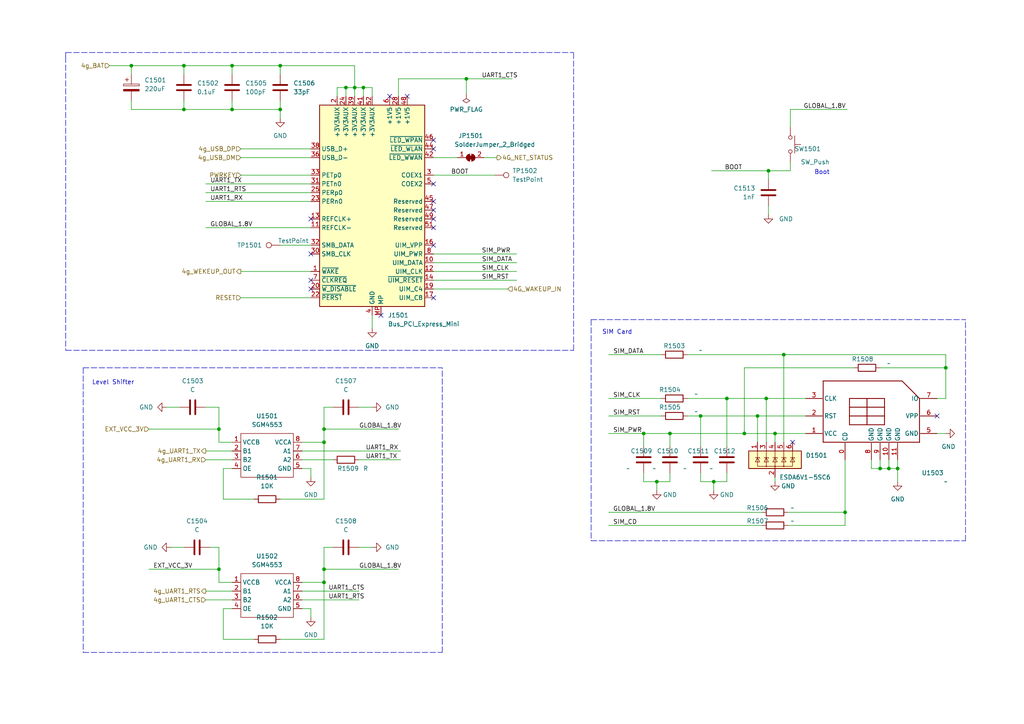
<source format=kicad_sch>
(kicad_sch (version 20211123) (generator eeschema)
  (paper "A4")
  (lib_symbols
    (symbol "Connector:Bus_PCI_Express_Mini"
      (property "Reference" "J" (at -16.51 31.75 0))
      (property "Value" "Bus_PCI_Express_Mini" (at 22.86 31.75 0))
      (symbol "Bus_PCI_Express_Mini_0_1"
        (rectangle (start -15.24 30.48) (end 15.24 -27.94) (stroke (width 0.254)) (fill (type background)))
      )
      (symbol "Bus_PCI_Express_Mini_1_1"
        (pin open_collector line (at -17.78 -17.78 0) (length 2.54) (name "~{WAKE}") (number "1"))
        (pin bidirectional line (at 17.78 -15.24 180) (length 2.54) (name "UIM_DATA") (number "10"))
        (pin input line (at -17.78 -5.08 0) (length 2.54) (name "REFCLK-") (number "11"))
        (pin output line (at 17.78 -17.78 180) (length 2.54) (name "UIM_CLK") (number "12"))
        (pin input line (at -17.78 -2.54 0) (length 2.54) (name "REFCLK+") (number "13"))
        (pin output line (at 17.78 -20.32 180) (length 2.54) (name "~{UIM_RESET}") (number "14"))
        (pin passive line (at 0 -30.48 90) (length 2.54) hide (name "GND") (number "15"))
        (pin power_out line (at 17.78 -10.16 180) (length 2.54) (name "UIM_VPP") (number "16"))
        (pin passive line (at 17.78 -25.4 180) (length 2.54) (name "UIM_C8") (number "17"))
        (pin passive line (at 0 -30.48 90) (length 2.54) hide (name "GND") (number "18"))
        (pin passive line (at 17.78 -22.86 180) (length 2.54) (name "UIM_C4") (number "19"))
        (pin power_in line (at -10.16 33.02 270) (length 2.54) (name "+3V3AUX") (number "2"))
        (pin input line (at -17.78 -22.86 0) (length 2.54) (name "~{W_DISABLE}") (number "20"))
        (pin passive line (at 0 -30.48 90) (length 2.54) hide (name "GND") (number "21"))
        (pin input line (at -17.78 -25.4 0) (length 2.54) (name "~{PERST}") (number "22"))
        (pin output line (at -17.78 2.54 0) (length 2.54) (name "PERn0") (number "23"))
        (pin power_in line (at -7.62 33.02 270) (length 2.54) (name "+3V3AUX") (number "24"))
        (pin output line (at -17.78 5.08 0) (length 2.54) (name "PERp0") (number "25"))
        (pin passive line (at 0 -30.48 90) (length 2.54) hide (name "GND") (number "26"))
        (pin passive line (at 0 -30.48 90) (length 2.54) hide (name "GND") (number "27"))
        (pin power_in line (at 7.62 33.02 270) (length 2.54) (name "+1V5") (number "28"))
        (pin passive line (at 0 -30.48 90) (length 2.54) hide (name "GND") (number "29"))
        (pin passive line (at 17.78 10.16 180) (length 2.54) (name "COEX1") (number "3"))
        (pin input line (at -17.78 -12.7 0) (length 2.54) (name "SMB_CLK") (number "30"))
        (pin input line (at -17.78 7.62 0) (length 2.54) (name "PETn0") (number "31"))
        (pin bidirectional line (at -17.78 -10.16 0) (length 2.54) (name "SMB_DATA") (number "32"))
        (pin input line (at -17.78 10.16 0) (length 2.54) (name "PETp0") (number "33"))
        (pin passive line (at 0 -30.48 90) (length 2.54) hide (name "GND") (number "34"))
        (pin passive line (at 0 -30.48 90) (length 2.54) hide (name "GND") (number "35"))
        (pin bidirectional line (at -17.78 15.24 0) (length 2.54) (name "USB_D-") (number "36"))
        (pin passive line (at 0 -30.48 90) (length 2.54) hide (name "GND") (number "37"))
        (pin bidirectional line (at -17.78 17.78 0) (length 2.54) (name "USB_D+") (number "38"))
        (pin power_in line (at -5.08 33.02 270) (length 2.54) (name "+3V3AUX") (number "39"))
        (pin power_in line (at 0 -30.48 90) (length 2.54) (name "GND") (number "4"))
        (pin passive line (at 0 -30.48 90) (length 2.54) hide (name "GND") (number "40"))
        (pin power_in line (at -2.54 33.02 270) (length 2.54) (name "+3V3AUX") (number "41"))
        (pin open_collector line (at 17.78 15.24 180) (length 2.54) (name "~{LED_WWAN}") (number "42"))
        (pin passive line (at 0 -30.48 90) (length 2.54) hide (name "GND") (number "43"))
        (pin open_collector line (at 17.78 17.78 180) (length 2.54) (name "~{LED_WLAN}") (number "44"))
        (pin passive line (at 17.78 2.54 180) (length 2.54) (name "Reserved") (number "45"))
        (pin open_collector line (at 17.78 20.32 180) (length 2.54) (name "~{LED_WPAN}") (number "46"))
        (pin passive line (at 17.78 0 180) (length 2.54) (name "Reserved") (number "47"))
        (pin power_in line (at 10.16 33.02 270) (length 2.54) (name "+1V5") (number "48"))
        (pin passive line (at 17.78 -2.54 180) (length 2.54) (name "Reserved") (number "49"))
        (pin passive line (at 17.78 7.62 180) (length 2.54) (name "COEX2") (number "5"))
        (pin passive line (at 0 -30.48 90) (length 2.54) hide (name "GND") (number "50"))
        (pin passive line (at 17.78 -5.08 180) (length 2.54) (name "Reserved") (number "51"))
        (pin power_in line (at 0 33.02 270) (length 2.54) (name "+3V3AUX") (number "52"))
        (pin power_in line (at 5.08 33.02 270) (length 2.54) (name "+1V5") (number "6"))
        (pin open_collector line (at -17.78 -20.32 0) (length 2.54) (name "~{CLKREQ}") (number "7"))
        (pin power_out line (at 17.78 -12.7 180) (length 2.54) (name "UIM_PWR") (number "8"))
        (pin passive line (at 0 -30.48 90) (length 2.54) hide (name "GND") (number "9"))
        (pin passive line (at 2.54 -30.48 90) (length 2.54) (name "MP") (number "MP"))
      )
    )
    (symbol "Connector:TestPoint" (pin_numbers hide) (pin_names (offset 0.762) hide)
      (property "Reference" "TP" (at 0 6.858 0))
      (property "Value" "TestPoint" (at 0 5.08 0))
      (symbol "TestPoint_0_1"
        (circle (center 0 3.302) (radius 0.762))
      )
      (symbol "TestPoint_1_1"
        (pin passive line (at 0 0 90) (length 2.54) (name "1") (number "1"))
      )
    )
    (symbol "Device:C" (pin_numbers hide) (pin_names (offset 0.254))
      (property "Reference" "C" (at 0.635 2.54 0))
      (property "Value" "C" (at 0.635 -2.54 0))
      (symbol "C_0_1"
        (polyline (pts (xy -2.032 -0.762) (xy 2.032 -0.762)) (stroke (width 0.508)))
        (polyline (pts (xy -2.032 0.762) (xy 2.032 0.762)) (stroke (width 0.508)))
      )
      (symbol "C_1_1"
        (pin passive line (at 0 3.81 270) (length 2.794) (name "~") (number "1"))
        (pin passive line (at 0 -3.81 90) (length 2.794) (name "~") (number "2"))
      )
    )
    (symbol "Device:C_Polarized" (pin_numbers hide) (pin_names (offset 0.254))
      (property "Reference" "C" (at 0.635 2.54 0))
      (property "Value" "C_Polarized" (at 0.635 -2.54 0))
      (symbol "C_Polarized_0_1"
        (rectangle (start -2.286 0.508) (end 2.286 1.016))
        (polyline (pts (xy -1.778 2.286) (xy -0.762 2.286)))
        (polyline (pts (xy -1.27 2.794) (xy -1.27 1.778)))
        (rectangle (start 2.286 -0.508) (end -2.286 -1.016) (fill (type outline)))
      )
      (symbol "C_Polarized_1_1"
        (pin passive line (at 0 3.81 270) (length 2.794) (name "~") (number "1"))
        (pin passive line (at 0 -3.81 90) (length 2.794) (name "~") (number "2"))
      )
    )
    (symbol "Device:R" (pin_numbers hide) (pin_names (offset 0))
      (property "Reference" "R" (at 2.032 0 90))
      (property "Value" "R" (at 0 0 90))
      (symbol "R_0_1"
        (rectangle (start -1.016 -2.54) (end 1.016 2.54) (stroke (width 0.254)))
      )
      (symbol "R_1_1"
        (pin passive line (at 0 3.81 270) (length 1.27) (name "~") (number "1"))
        (pin passive line (at 0 -3.81 90) (length 1.27) (name "~") (number "2"))
      )
    )
    (symbol "Jumper:SolderJumper_2_Bridged" (pin_names (offset 0) hide)
      (property "Reference" "JP" (at 0 2.032 0))
      (property "Value" "SolderJumper_2_Bridged" (at 0 -2.54 0))
      (symbol "SolderJumper_2_Bridged_0_1"
        (rectangle (start -0.508 0.508) (end 0.508 -0.508) (fill (type outline)))
        (arc (start -0.254 1.016) (mid -1.27 0) (end -0.254 -1.016))
        (arc (start -0.254 1.016) (mid -1.27 0) (end -0.254 -1.016) (fill (type outline)))
        (polyline (pts (xy -0.254 1.016) (xy -0.254 -1.016)))
        (polyline (pts (xy 0.254 1.016) (xy 0.254 -1.016)))
        (arc (start 0.254 -1.016) (mid 1.27 0) (end 0.254 1.016))
        (arc (start 0.254 -1.016) (mid 1.27 0) (end 0.254 1.016) (fill (type outline)))
      )
      (symbol "SolderJumper_2_Bridged_1_1"
        (pin passive line (at -3.81 0 0) (length 2.54) (name "A") (number "1"))
        (pin passive line (at 3.81 0 180) (length 2.54) (name "B") (number "2"))
      )
    )
    (symbol "Power_Protection:ESDA6V1-5SC6" (pin_names hide)
      (property "Reference" "D" (at -5.08 -3.81 0))
      (property "Value" "ESDA6V1-5SC6" (at 2.54 -3.81 0))
      (symbol "ESDA6V1-5SC6_0_0"
        (pin passive line (at 0 -5.08 90) (length 2.54) (name "GND") (number "2"))
      )
      (symbol "ESDA6V1-5SC6_0_1"
        (rectangle (start -7.62 2.54) (end 7.62 -2.54) (stroke (width 0.254)) (fill (type background)))
        (circle (center -2.54 -1.905) (radius 0.127))
        (circle (center 0 -1.905) (radius 0.127))
        (polyline (pts (xy -2.54 2.54) (xy -2.54 -1.905)))
        (polyline (pts (xy 0 2.54) (xy 0 -2.54)))
        (polyline (pts (xy 2.54 2.54) (xy 2.54 -1.905)))
        (polyline (pts (xy -5.715 0.635) (xy -4.445 0.635) (xy -4.445 0.381)))
        (polyline (pts (xy -3.175 0.635) (xy -1.905 0.635) (xy -1.905 0.381)))
        (polyline (pts (xy -0.635 0.635) (xy 0.635 0.635) (xy 0.635 0.381)))
        (polyline (pts (xy 1.905 0.635) (xy 3.175 0.635) (xy 3.175 0.381)))
        (polyline (pts (xy 4.445 0.635) (xy 5.715 0.635) (xy 5.715 0.381)))
        (polyline (pts (xy -5.715 -0.635) (xy -4.445 -0.635) (xy -5.08 0.635) (xy -5.715 -0.635)))
        (polyline (pts (xy -5.08 2.54) (xy -5.08 -1.905) (xy 5.08 -1.905) (xy 5.08 2.54)))
        (polyline (pts (xy -3.175 -0.635) (xy -1.905 -0.635) (xy -2.54 0.635) (xy -3.175 -0.635)))
        (polyline (pts (xy -0.635 -0.635) (xy 0.635 -0.635) (xy 0 0.635) (xy -0.635 -0.635)))
        (polyline (pts (xy 1.905 -0.635) (xy 3.175 -0.635) (xy 2.54 0.635) (xy 1.905 -0.635)))
        (polyline (pts (xy 4.445 -0.635) (xy 5.715 -0.635) (xy 5.08 0.635) (xy 4.445 -0.635)))
        (circle (center 2.54 -1.905) (radius 0.127))
      )
      (symbol "ESDA6V1-5SC6_1_1"
        (pin passive line (at -5.08 5.08 270) (length 2.54) (name "IO1") (number "1"))
        (pin passive line (at -2.54 5.08 270) (length 2.54) (name "IO2") (number "3"))
        (pin passive line (at 0 5.08 270) (length 2.54) (name "IO3") (number "4"))
        (pin passive line (at 2.54 5.08 270) (length 2.54) (name "IO4") (number "5"))
        (pin passive line (at 5.08 5.08 270) (length 2.54) (name "IO5") (number "6"))
      )
    )
    (symbol "Switch:SW_Push" (pin_numbers hide) (pin_names (offset 1.016) hide)
      (property "Reference" "SW" (at 1.27 2.54 0))
      (property "Value" "SW_Push" (at 0 -1.524 0))
      (symbol "SW_Push_0_1"
        (circle (center -2.032 0) (radius 0.508))
        (polyline (pts (xy 0 1.27) (xy 0 3.048)))
        (polyline (pts (xy 2.54 1.27) (xy -2.54 1.27)))
        (circle (center 2.032 0) (radius 0.508))
        (pin passive line (at -5.08 0 0) (length 2.54) (name "1") (number "1"))
        (pin passive line (at 5.08 0 180) (length 2.54) (name "2") (number "2"))
      )
    )
    (symbol "lp-collapse:SGM4553"
      (property "Reference" "U" (at 0 10.16 0))
      (property "Value" "SGM4553" (at 0 7.62 0))
      (symbol "SGM4553_0_1"
        (rectangle (start -7.62 -6.35) (end 7.62 6.35))
      )
      (symbol "SGM4553_1_1"
        (pin input line (at -10.16 3.81 0) (length 2.54) (name "VCCB") (number "1"))
        (pin input line (at -10.16 1.27 0) (length 2.54) (name "B1") (number "2"))
        (pin input line (at -10.16 -1.27 0) (length 2.54) (name "B2") (number "3"))
        (pin input line (at -10.16 -3.81 0) (length 2.54) (name "OE") (number "4"))
        (pin input line (at 10.16 -3.81 180) (length 2.54) (name "GND") (number "5"))
        (pin input line (at 10.16 -1.27 180) (length 2.54) (name "A2") (number "6"))
        (pin input line (at 10.16 1.27 180) (length 2.54) (name "A1") (number "7"))
        (pin input line (at 10.16 3.81 180) (length 2.54) (name "VCCA") (number "8"))
      )
    )
    (symbol "lp-collapse:SMC-202-7"
      (property "Reference" "U" (at -3.81 11.43 0))
      (property "Value" "SMC-202-7" (at 7.62 11.43 0))
      (symbol "SMC-202-7_1_1"
        (polyline (pts (xy -12.7 -8.89) (xy -12.7 8.89)) (stroke (width 0.254)))
        (polyline (pts (xy -12.7 8.89) (xy 10.16 8.89)) (stroke (width 0.254)))
        (polyline (pts (xy -10.16 1.27) (xy -10.16 1.27)) (stroke (width 0.254)))
        (polyline (pts (xy -5.08 -3.81) (xy 5.08 -3.81)) (stroke (width 0.254)))
        (polyline (pts (xy -5.08 -1.27) (xy 5.08 -1.27)) (stroke (width 0.254)))
        (polyline (pts (xy -5.08 1.27) (xy 5.08 1.27)) (stroke (width 0.254)))
        (polyline (pts (xy -5.08 3.81) (xy -5.08 -3.81)) (stroke (width 0.254)))
        (polyline (pts (xy 0 -3.81) (xy 0 3.81)) (stroke (width 0.254)))
        (polyline (pts (xy 5.08 -3.81) (xy 5.08 3.81)) (stroke (width 0.254)))
        (polyline (pts (xy 5.08 3.81) (xy -5.08 3.81)) (stroke (width 0.254)))
        (polyline (pts (xy 10.16 8.89) (xy 15.24 3.81)) (stroke (width 0.254)))
        (polyline (pts (xy 15.24 -8.89) (xy -12.7 -8.89)) (stroke (width 0.254)))
        (polyline (pts (xy 15.24 3.81) (xy 15.24 -8.89)) (stroke (width 0.254)))
        (pin passive line (at -6.35 -13.97 90) (length 4.826) (name "CD") (number "0"))
        (pin passive line (at -17.78 -6.35 0) (length 4.826) (name "VCC") (number "1"))
        (pin passive line (at 6.35 -13.97 90) (length 4.826) (name "GND") (number "10"))
        (pin passive line (at 8.89 -13.97 90) (length 4.826) (name "GND") (number "11"))
        (pin passive line (at -17.78 -1.27 0) (length 4.826) (name "RST") (number "2"))
        (pin passive line (at -17.78 3.81 0) (length 4.826) (name "CLK") (number "3"))
        (pin passive line (at 20.32 -6.35 180) (length 4.826) (name "GND") (number "5"))
        (pin passive line (at 20.32 -1.27 180) (length 4.826) (name "VPP") (number "6"))
        (pin passive line (at 20.32 3.81 180) (length 4.826) (name "IO") (number "7"))
        (pin passive line (at 1.27 -13.97 90) (length 4.826) (name "GND") (number "8"))
        (pin passive line (at 3.81 -13.97 90) (length 4.826) (name "GND") (number "9"))
      )
    )
    (symbol "power:GND" (power) (pin_names (offset 0))
      (property "Value" "GND" (at 0 -3.81 0))
      (symbol "GND_0_1"
        (polyline (pts (xy 0 0) (xy 0 -1.27) (xy 1.27 -1.27) (xy 0 -2.54) (xy -1.27 -1.27) (xy 0 -1.27)))
      )
      (symbol "GND_1_1"
        (pin power_in line (at 0 0 270) (length 0) hide (name "GND") (number "1"))
      )
    )
    (symbol "power:PWR_FLAG" (power) (pin_numbers hide) (pin_names (offset 0) hide)
      (property "Value" "PWR_FLAG" (at 0 3.81 0))
      (symbol "PWR_FLAG_0_0"
        (pin power_out line (at 0 0 90) (length 0) (name "pwr") (number "1"))
      )
      (symbol "PWR_FLAG_0_1"
        (polyline (pts (xy 0 0) (xy 0 1.27) (xy -1.016 1.905) (xy 0 2.54) (xy 1.016 1.905) (xy 0 1.27)))
      )
    )
  )
  (junction (at 186.69 125.73))
  (junction (at 53.34 19.05))
  (junction (at 210.82 115.57))
  (junction (at 63.5 165.1))
  (junction (at 102.87 25.4))
  (junction (at 81.28 19.05))
  (junction (at 255.27 135.89))
  (junction (at 257.81 135.89))
  (junction (at 222.885 49.53))
  (junction (at 38.1 19.05))
  (junction (at 190.5 139.7))
  (junction (at 105.41 25.4))
  (junction (at 93.98 128.27))
  (junction (at 274.32 106.68))
  (junction (at 203.2 120.65))
  (junction (at 81.28 31.75))
  (junction (at 260.35 135.89))
  (junction (at 219.71 120.65))
  (junction (at 135.255 22.86))
  (junction (at 224.79 125.73))
  (junction (at 63.5 124.46))
  (junction (at 194.31 125.73))
  (junction (at 67.31 19.05))
  (junction (at 207.01 139.7))
  (junction (at 53.34 31.75))
  (junction (at 222.25 115.57))
  (junction (at 67.31 31.75))
  (junction (at 93.98 165.1))
  (junction (at 93.98 168.91))
  (junction (at 215.9 125.73))
  (junction (at 245.11 148.59))
  (junction (at 93.98 124.46))
  (junction (at 227.33 102.87))
  (junction (at 100.33 25.4))
  (no_connect (at 271.78 120.65))
  (no_connect (at 90.17 73.66))
  (no_connect (at 113.03 27.94))
  (no_connect (at 90.17 83.82))
  (no_connect (at 229.87 128.27))
  (no_connect (at 90.17 81.28))
  (no_connect (at 125.73 53.34))
  (no_connect (at 125.73 71.12))
  (no_connect (at 125.73 43.18))
  (no_connect (at 125.73 40.64))
  (no_connect (at 118.11 27.94))
  (no_connect (at 110.49 91.44))
  (no_connect (at 90.17 63.5))
  (no_connect (at 125.73 86.36))
  (no_connect (at 125.73 58.42))
  (no_connect (at 125.73 60.96))
  (no_connect (at 125.73 63.5))
  (no_connect (at 125.73 66.04))
  (polyline (pts (xy 171.45 92.71) (xy 171.45 156.845)))
  (wire (pts (xy 135.255 22.86) (xy 148.59 22.86)))
  (wire (pts (xy 81.28 71.12) (xy 90.17 71.12)))
  (wire (pts (xy 87.63 176.53) (xy 90.17 176.53)))
  (wire (pts (xy 135.255 22.86) (xy 135.255 27.305)))
  (wire (pts (xy 194.31 125.73) (xy 194.31 129.54)))
  (wire (pts (xy 69.85 50.8) (xy 90.17 50.8)))
  (wire (pts (xy 63.5 168.91) (xy 63.5 165.1)))
  (wire (pts (xy 67.31 171.45) (xy 59.69 171.45)))
  (wire (pts (xy 53.34 29.21) (xy 53.34 31.75)))
  (wire (pts (xy 107.95 91.44) (xy 107.95 95.25)))
  (wire (pts (xy 271.78 115.57) (xy 274.32 115.57)))
  (wire (pts (xy 125.73 76.2) (xy 149.86 76.2)))
  (polyline (pts (xy 128.27 189.23) (xy 128.27 106.68)))
  (polyline (pts (xy 19.05 16.51) (xy 19.05 101.6)))
  (wire (pts (xy 229.235 49.53) (xy 222.885 49.53)))
  (wire (pts (xy 176.53 125.73) (xy 186.69 125.73)))
  (wire (pts (xy 115.57 27.94) (xy 115.57 22.86)))
  (wire (pts (xy 199.39 115.57) (xy 210.82 115.57)))
  (wire (pts (xy 255.27 106.68) (xy 274.32 106.68)))
  (wire (pts (xy 115.57 124.46) (xy 93.98 124.46)))
  (wire (pts (xy 102.87 25.4) (xy 105.41 25.4)))
  (wire (pts (xy 53.34 19.05) (xy 53.34 21.59)))
  (wire (pts (xy 64.77 135.89) (xy 64.77 144.78)))
  (wire (pts (xy 260.35 135.89) (xy 260.35 139.7)))
  (wire (pts (xy 67.31 19.05) (xy 81.28 19.05)))
  (wire (pts (xy 210.82 139.7) (xy 210.82 137.16)))
  (wire (pts (xy 69.85 78.74) (xy 90.17 78.74)))
  (wire (pts (xy 210.82 115.57) (xy 210.82 129.54)))
  (wire (pts (xy 224.79 125.73) (xy 233.68 125.73)))
  (wire (pts (xy 67.31 19.05) (xy 67.31 21.59)))
  (wire (pts (xy 69.85 45.72) (xy 90.17 45.72)))
  (wire (pts (xy 60.96 158.75) (xy 63.5 158.75)))
  (wire (pts (xy 186.69 125.73) (xy 194.31 125.73)))
  (wire (pts (xy 81.28 144.78) (xy 93.98 144.78)))
  (wire (pts (xy 81.28 29.21) (xy 81.28 31.75)))
  (polyline (pts (xy 19.05 101.6) (xy 166.37 101.6)))
  (wire (pts (xy 87.63 173.99) (xy 104.14 173.99)))
  (wire (pts (xy 67.31 173.99) (xy 59.69 173.99)))
  (wire (pts (xy 97.79 27.94) (xy 97.79 25.4)))
  (polyline (pts (xy 171.45 156.845) (xy 280.035 156.845)))
  (wire (pts (xy 247.65 106.68) (xy 215.9 106.68)))
  (wire (pts (xy 100.33 25.4) (xy 102.87 25.4)))
  (wire (pts (xy 59.69 58.42) (xy 90.17 58.42)))
  (wire (pts (xy 67.31 29.21) (xy 67.31 31.75)))
  (wire (pts (xy 207.01 139.7) (xy 210.82 139.7)))
  (wire (pts (xy 186.69 125.73) (xy 186.69 129.54)))
  (wire (pts (xy 87.63 128.27) (xy 93.98 128.27)))
  (wire (pts (xy 224.79 125.73) (xy 224.79 128.27)))
  (wire (pts (xy 222.25 115.57) (xy 233.68 115.57)))
  (wire (pts (xy 67.31 128.27) (xy 63.5 128.27)))
  (wire (pts (xy 59.69 53.34) (xy 90.17 53.34)))
  (wire (pts (xy 102.87 25.4) (xy 102.87 19.05)))
  (wire (pts (xy 64.77 144.78) (xy 73.66 144.78)))
  (wire (pts (xy 59.69 118.11) (xy 63.5 118.11)))
  (wire (pts (xy 87.63 135.89) (xy 90.17 135.89)))
  (polyline (pts (xy 19.05 15.24) (xy 166.37 15.24)))
  (wire (pts (xy 59.69 66.04) (xy 90.17 66.04)))
  (wire (pts (xy 38.1 31.75) (xy 53.34 31.75)))
  (wire (pts (xy 104.14 133.35) (xy 116.205 133.35)))
  (wire (pts (xy 67.31 31.75) (xy 81.28 31.75)))
  (polyline (pts (xy 280.035 156.845) (xy 280.035 92.71)))
  (wire (pts (xy 255.27 135.89) (xy 257.81 135.89)))
  (wire (pts (xy 93.98 118.11) (xy 93.98 124.46)))
  (wire (pts (xy 53.34 31.75) (xy 67.31 31.75)))
  (wire (pts (xy 125.73 83.82) (xy 147.32 83.82)))
  (wire (pts (xy 255.27 133.35) (xy 255.27 135.89)))
  (polyline (pts (xy 24.13 106.68) (xy 128.27 106.68)))
  (polyline (pts (xy 19.05 15.24) (xy 19.05 16.51)))
  (wire (pts (xy 191.77 102.87) (xy 176.53 102.87)))
  (wire (pts (xy 49.53 158.75) (xy 53.34 158.75)))
  (polyline (pts (xy 171.45 92.71) (xy 280.035 92.71)))
  (wire (pts (xy 176.53 120.65) (xy 191.77 120.65)))
  (wire (pts (xy 59.69 55.88) (xy 90.17 55.88)))
  (wire (pts (xy 228.6 152.4) (xy 245.11 152.4)))
  (polyline (pts (xy 166.37 101.6) (xy 166.37 15.24)))
  (wire (pts (xy 87.63 133.35) (xy 96.52 133.35)))
  (wire (pts (xy 87.63 130.81) (xy 116.205 130.81)))
  (wire (pts (xy 38.1 19.05) (xy 53.34 19.05)))
  (wire (pts (xy 48.26 118.11) (xy 52.07 118.11)))
  (wire (pts (xy 191.77 115.57) (xy 176.53 115.57)))
  (wire (pts (xy 93.98 185.42) (xy 93.98 168.91)))
  (wire (pts (xy 69.85 86.36) (xy 90.17 86.36)))
  (wire (pts (xy 194.31 139.7) (xy 194.31 137.16)))
  (wire (pts (xy 87.63 168.91) (xy 93.98 168.91)))
  (wire (pts (xy 210.82 115.57) (xy 222.25 115.57)))
  (wire (pts (xy 125.73 73.66) (xy 149.86 73.66)))
  (polyline (pts (xy 24.13 106.68) (xy 24.13 189.23)))
  (wire (pts (xy 203.2 120.65) (xy 203.2 129.54)))
  (wire (pts (xy 105.41 25.4) (xy 105.41 27.94)))
  (wire (pts (xy 274.32 106.68) (xy 274.32 115.57)))
  (wire (pts (xy 93.98 168.91) (xy 93.98 165.1)))
  (wire (pts (xy 69.85 43.18) (xy 90.17 43.18)))
  (wire (pts (xy 63.5 124.46) (xy 43.18 124.46)))
  (wire (pts (xy 176.53 148.59) (xy 220.98 148.59)))
  (wire (pts (xy 67.31 168.91) (xy 63.5 168.91)))
  (wire (pts (xy 125.73 50.8) (xy 143.51 50.8)))
  (wire (pts (xy 260.35 133.35) (xy 260.35 135.89)))
  (wire (pts (xy 227.33 102.87) (xy 227.33 128.27)))
  (wire (pts (xy 207.01 139.7) (xy 207.01 142.24)))
  (wire (pts (xy 102.87 27.94) (xy 102.87 25.4)))
  (wire (pts (xy 31.75 19.05) (xy 38.1 19.05)))
  (wire (pts (xy 224.79 138.43) (xy 224.79 139.7)))
  (wire (pts (xy 67.31 135.89) (xy 64.77 135.89)))
  (wire (pts (xy 63.5 158.75) (xy 63.5 165.1)))
  (wire (pts (xy 190.5 139.7) (xy 190.5 142.24)))
  (wire (pts (xy 63.5 165.1) (xy 43.18 165.1)))
  (polyline (pts (xy 24.13 189.23) (xy 128.27 189.23)))
  (wire (pts (xy 203.2 139.7) (xy 207.01 139.7)))
  (wire (pts (xy 87.63 171.45) (xy 104.14 171.45)))
  (wire (pts (xy 245.745 31.75) (xy 229.235 31.75)))
  (wire (pts (xy 100.33 25.4) (xy 100.33 27.94)))
  (wire (pts (xy 219.71 120.65) (xy 233.68 120.65)))
  (wire (pts (xy 176.53 152.4) (xy 220.98 152.4)))
  (wire (pts (xy 215.9 106.68) (xy 215.9 125.73)))
  (wire (pts (xy 107.95 25.4) (xy 105.41 25.4)))
  (wire (pts (xy 186.69 139.7) (xy 190.5 139.7)))
  (wire (pts (xy 63.5 128.27) (xy 63.5 124.46)))
  (wire (pts (xy 125.73 78.74) (xy 149.86 78.74)))
  (wire (pts (xy 38.1 29.21) (xy 38.1 31.75)))
  (wire (pts (xy 206.375 49.53) (xy 222.885 49.53)))
  (wire (pts (xy 104.14 118.11) (xy 107.95 118.11)))
  (wire (pts (xy 194.31 125.73) (xy 215.9 125.73)))
  (wire (pts (xy 90.17 176.53) (xy 90.17 179.07)))
  (wire (pts (xy 252.73 135.89) (xy 255.27 135.89)))
  (wire (pts (xy 67.31 130.81) (xy 59.69 130.81)))
  (wire (pts (xy 257.81 135.89) (xy 260.35 135.89)))
  (wire (pts (xy 96.52 158.75) (xy 93.98 158.75)))
  (wire (pts (xy 67.31 133.35) (xy 59.69 133.35)))
  (wire (pts (xy 125.73 81.28) (xy 149.86 81.28)))
  (wire (pts (xy 274.32 106.68) (xy 274.32 102.87)))
  (wire (pts (xy 81.28 19.05) (xy 102.87 19.05)))
  (wire (pts (xy 219.71 120.65) (xy 219.71 128.27)))
  (wire (pts (xy 104.14 158.75) (xy 107.95 158.75)))
  (wire (pts (xy 53.34 19.05) (xy 67.31 19.05)))
  (wire (pts (xy 81.28 19.05) (xy 81.28 21.59)))
  (wire (pts (xy 199.39 102.87) (xy 227.33 102.87)))
  (wire (pts (xy 203.2 137.16) (xy 203.2 139.7)))
  (wire (pts (xy 64.77 185.42) (xy 73.66 185.42)))
  (wire (pts (xy 90.17 135.89) (xy 90.17 138.43)))
  (wire (pts (xy 67.31 176.53) (xy 64.77 176.53)))
  (wire (pts (xy 229.235 46.99) (xy 229.235 49.53)))
  (wire (pts (xy 186.69 137.16) (xy 186.69 139.7)))
  (wire (pts (xy 203.2 120.65) (xy 219.71 120.65)))
  (wire (pts (xy 222.885 59.69) (xy 222.885 62.23)))
  (wire (pts (xy 222.25 115.57) (xy 222.25 128.27)))
  (wire (pts (xy 115.57 165.1) (xy 93.98 165.1)))
  (wire (pts (xy 245.11 133.35) (xy 245.11 148.59)))
  (wire (pts (xy 228.6 148.59) (xy 245.11 148.59)))
  (wire (pts (xy 125.73 45.72) (xy 132.715 45.72)))
  (wire (pts (xy 215.9 125.73) (xy 224.79 125.73)))
  (wire (pts (xy 271.78 125.73) (xy 274.32 125.73)))
  (wire (pts (xy 257.81 133.35) (xy 257.81 135.89)))
  (wire (pts (xy 63.5 118.11) (xy 63.5 124.46)))
  (wire (pts (xy 97.79 25.4) (xy 100.33 25.4)))
  (wire (pts (xy 107.95 27.94) (xy 107.95 25.4)))
  (wire (pts (xy 190.5 139.7) (xy 194.31 139.7)))
  (wire (pts (xy 93.98 128.27) (xy 93.98 124.46)))
  (wire (pts (xy 93.98 144.78) (xy 93.98 128.27)))
  (wire (pts (xy 140.335 45.72) (xy 144.145 45.72)))
  (wire (pts (xy 93.98 118.11) (xy 96.52 118.11)))
  (wire (pts (xy 245.11 148.59) (xy 245.11 152.4)))
  (wire (pts (xy 115.57 22.86) (xy 135.255 22.86)))
  (wire (pts (xy 64.77 176.53) (xy 64.77 185.42)))
  (wire (pts (xy 252.73 133.35) (xy 252.73 135.89)))
  (wire (pts (xy 81.28 185.42) (xy 93.98 185.42)))
  (wire (pts (xy 229.235 31.75) (xy 229.235 36.83)))
  (wire (pts (xy 222.885 49.53) (xy 222.885 52.07)))
  (wire (pts (xy 38.1 19.05) (xy 38.1 21.59)))
  (wire (pts (xy 274.32 102.87) (xy 227.33 102.87)))
  (wire (pts (xy 93.98 158.75) (xy 93.98 165.1)))
  (wire (pts (xy 81.28 31.75) (xy 81.28 34.29)))
  (wire (pts (xy 199.39 120.65) (xy 203.2 120.65)))
  (text "Level Shifter" (at 26.67 111.76 0) (effects (font (size 1.27 1.27)) (justify left bottom)))
  (text "SIM Card" (at 174.625 97.155 0) (effects (font (size 1.27 1.27)) (justify left bottom)))
  (text "Boot" (at 240.665 50.8 180) (effects (font (size 1.27 1.27)) (justify right bottom)))
  (label "SIM_RST" (at 177.8 120.65 0))
  (label "BOOT" (at 210.185 49.53 0))
  (label "UART1_RTS" (at 60.96 55.88 0))
  (label "UART1_RX" (at 60.96 58.42 0))
  (label "UART1_RX" (at 106.045 130.81 0))
  (label "BOOT" (at 130.81 50.8 0))
  (label "GLOBAL_1.8V" (at 60.96 66.04 0))
  (label "GLOBAL_1.8V" (at 177.8 148.59 0))
  (label "SIM_CD" (at 177.8 152.4 0))
  (label "GLOBAL_1.8V" (at 104.14 165.1 0))
  (label "GLOBAL_1.8V" (at 104.14 124.46 0))
  (label "EXT_VCC_3V" (at 44.45 165.1 0))
  (label "SIM_RST" (at 139.7 81.28 0))
  (label "GLOBAL_1.8V" (at 233.045 31.75 0))
  (label "SIM_DATA" (at 186.69 102.87 180))
  (label "SIM_CLK" (at 139.7 78.74 0))
  (label "SIM_DATA" (at 148.59 76.2 180))
  (label "UART1_CTS" (at 95.25 171.45 0))
  (label "SIM_PWR" (at 139.7 73.66 0))
  (label "SIM_CLK" (at 177.8 115.57 0))
  (label "UART1_TX" (at 106.045 133.35 0))
  (label "SIM_PWR" (at 177.8 125.73 0))
  (label "UART1_TX" (at 60.96 53.34 0))
  (label "UART1_RTS" (at 95.25 173.99 0))
  (label "UART1_CTS" (at 139.7 22.86 0))
  (hierarchical_label "EXT_VCC_3V" (shape input) (at 43.18 124.46 180))
  (hierarchical_label "4g_UART1_TX" (shape output) (at 59.69 130.81 180))
  (hierarchical_label "4g_WEKEUP_OUT" (shape output) (at 69.85 78.74 180))
  (hierarchical_label "4g_USB_DP" (shape input) (at 69.85 43.18 180))
  (hierarchical_label "4G_WAKEUP_IN" (shape input) (at 147.32 83.82 0))
  (hierarchical_label "4g_UART1_RX" (shape input) (at 59.69 133.35 180))
  (hierarchical_label "RESET" (shape input) (at 69.85 86.36 180))
  (hierarchical_label "4g_USB_DM" (shape input) (at 69.85 45.72 180))
  (hierarchical_label "4g_UART1_RTS" (shape output) (at 59.69 171.45 180))
  (hierarchical_label "PWRKEY" (shape input) (at 69.85 50.8 180))
  (hierarchical_label "4g_BAT" (shape input) (at 31.75 19.05 180))
  (hierarchical_label "4g_UART1_CTS" (shape input) (at 59.69 173.99 180))
  (hierarchical_label "4G_NET_STATUS" (shape output) (at 144.145 45.72 0))
  (symbol (lib_id "Device:C") (at 186.69 133.35 0) (unit 1)
    (property "Reference" "C1509" (at 182.88 130.81 0) (effects (justify left)))
    (property "Value" "~" (at 181.61 135.89 0) (effects (justify left)))
  )
  (symbol (lib_id "lp-collapse:SGM4553") (at 77.47 132.08 0) (unit 1)
    (property "Reference" "U1501" (at 77.47 120.65 0))
    (property "Value" "SGM4553" (at 77.47 123.19 0))
  )
  (symbol (lib_id "Device:C") (at 100.33 118.11 90) (unit 1)
    (property "Reference" "C1507" (at 100.33 110.49 90))
    (property "Value" "C" (at 100.33 113.03 90))
  )
  (symbol (lib_id "power:GND") (at 81.28 34.29 0) (unit 1)
    (property "Reference" "#PWR01503" (effects hide))
    (property "Value" "GND" (at 81.28 39.37 0))
  )
  (symbol (lib_id "Device:R") (at 77.47 185.42 270) (mirror x) (unit 1)
    (property "Reference" "R1502" (at 77.47 179.07 90))
    (property "Value" "10K" (at 77.47 181.61 90))
  )
  (symbol (lib_id "Switch:SW_Push") (at 229.235 41.91 270) (mirror x) (unit 1)
    (property "Reference" "SW1501" (at 238.125 43.18 90) (effects (justify right)))
    (property "Value" "SW_Push" (at 240.665 46.99 90) (effects (justify right)))
  )
  (symbol (lib_id "Device:C_Polarized") (at 38.1 25.4 0) (unit 1)
    (property "Reference" "C1501" (at 41.91 23.2409 0) (effects (justify left)))
    (property "Value" "220uF" (at 41.91 25.7809 0) (effects (justify left)))
  )
  (symbol (lib_id "Jumper:SolderJumper_2_Bridged") (at 136.525 45.72 0) (unit 1)
    (property "Reference" "JP1501" (at 136.525 39.37 0))
    (property "Value" "SolderJumper_2_Bridged" (at 143.51 41.91 0))
  )
  (symbol (lib_id "Device:R") (at 100.33 133.35 90) (unit 1)
    (property "Reference" "R1509" (at 100.965 135.89 90))
    (property "Value" "R" (at 106.045 135.89 90))
  )
  (symbol (lib_id "Device:C") (at 222.885 55.88 0) (mirror y) (unit 1)
    (property "Reference" "C1513" (at 219.075 54.6099 0) (effects (justify left)))
    (property "Value" "1nF" (at 219.075 57.1499 0) (effects (justify left)))
  )
  (symbol (lib_id "power:GND") (at 274.32 125.73 90) (unit 1)
    (property "Reference" "#PWR01514" (effects hide))
    (property "Value" "~" (at 273.05 129.54 90) (effects (justify right)))
  )
  (symbol (lib_id "Device:R") (at 251.46 106.68 90) (unit 1)
    (property "Reference" "R1508" (at 250.19 104.14 90))
    (property "Value" "~" (at 257.81 105.41 90))
  )
  (symbol (lib_id "power:GND") (at 260.35 139.7 0) (unit 1)
    (property "Reference" "#PWR01513" (effects hide))
    (property "Value" "~" (at 260.35 144.78 0))
  )
  (symbol (lib_id "Device:C") (at 53.34 25.4 0) (unit 1)
    (property "Reference" "C1502" (at 57.15 24.1299 0) (effects (justify left)))
    (property "Value" "0.1uF" (at 57.15 26.6699 0) (effects (justify left)))
  )
  (symbol (lib_id "power:GND") (at 90.17 179.07 0) (mirror y) (unit 1)
    (property "Reference" "#PWR01505" (effects hide))
    (property "Value" "GND" (at 90.17 184.15 0))
  )
  (symbol (lib_id "Device:R") (at 77.47 144.78 270) (mirror x) (unit 1)
    (property "Reference" "R1501" (at 77.47 138.43 90))
    (property "Value" "10K" (at 77.47 140.97 90))
  )
  (symbol (lib_id "Connector:Bus_PCI_Express_Mini") (at 107.95 60.96 0) (unit 1)
    (property "Reference" "J1501" (at 112.5094 91.44 0) (effects (justify left)))
    (property "Value" "Bus_PCI_Express_Mini" (at 112.5094 93.98 0) (effects (justify left)))
  )
  (symbol (lib_id "Device:C") (at 67.31 25.4 0) (unit 1)
    (property "Reference" "C1505" (at 71.12 24.1299 0) (effects (justify left)))
    (property "Value" "100pF" (at 71.12 26.6699 0) (effects (justify left)))
  )
  (symbol (lib_id "power:GND") (at 107.95 95.25 0) (unit 1)
    (property "Reference" "#PWR01506" (effects hide))
    (property "Value" "GND" (at 107.95 100.33 0))
  )
  (symbol (lib_id "Device:C") (at 55.88 118.11 90) (unit 1)
    (property "Reference" "C1503" (at 55.88 110.49 90))
    (property "Value" "C" (at 55.88 113.03 90))
  )
  (symbol (lib_id "power:GND") (at 48.26 118.11 270) (unit 1)
    (property "Reference" "#PWR01501" (effects hide))
    (property "Value" "GND" (at 44.45 118.1099 90) (effects (justify right)))
  )
  (symbol (lib_id "Connector:TestPoint") (at 81.28 71.12 90) (unit 1)
    (property "Reference" "TP1501" (at 72.39 71.12 90))
    (property "Value" "TestPoint" (at 85.09 69.85 90))
  )
  (symbol (lib_id "Device:R") (at 224.79 152.4 90) (unit 1)
    (property "Reference" "R1507" (at 219.71 151.13 90))
    (property "Value" "~" (at 229.87 151.13 90))
  )
  (symbol (lib_id "power:GND") (at 90.17 138.43 0) (mirror y) (unit 1)
    (property "Reference" "#PWR01504" (effects hide))
    (property "Value" "GND" (at 90.17 143.51 0))
  )
  (symbol (lib_id "Device:C") (at 57.15 158.75 90) (unit 1)
    (property "Reference" "C1504" (at 57.15 151.13 90))
    (property "Value" "C" (at 57.15 153.67 90))
  )
  (symbol (lib_id "lp-collapse:SGM4553") (at 77.47 172.72 0) (unit 1)
    (property "Reference" "U1502" (at 77.47 161.29 0))
    (property "Value" "SGM4553" (at 77.47 163.83 0))
  )
  (symbol (lib_id "Device:R") (at 195.58 102.87 270) (mirror x) (unit 1)
    (property "Reference" "R1503" (at 195.58 100.33 90))
    (property "Value" "~" (at 203.2 101.6 90))
  )
  (symbol (lib_id "Device:C") (at 194.31 133.35 0) (unit 1)
    (property "Reference" "C1510" (at 190.5 130.81 0) (effects (justify left)))
    (property "Value" "~" (at 189.23 135.89 0) (effects (justify left)))
  )
  (symbol (lib_id "power:GND") (at 107.95 118.11 90) (unit 1)
    (property "Reference" "#PWR01507" (effects hide))
    (property "Value" "GND" (at 111.76 118.1099 90) (effects (justify right)))
  )
  (symbol (lib_id "Connector:TestPoint") (at 143.51 50.8 270) (unit 1)
    (property "Reference" "TP1502" (at 148.59 49.5299 90) (effects (justify left)))
    (property "Value" "TestPoint" (at 148.59 52.0699 90) (effects (justify left)))
  )
  (symbol (lib_id "Device:C") (at 100.33 158.75 90) (unit 1)
    (property "Reference" "C1508" (at 100.33 151.13 90))
    (property "Value" "C" (at 100.33 153.67 90))
  )
  (symbol (lib_id "Device:R") (at 195.58 115.57 90) (unit 1)
    (property "Reference" "R1504" (at 194.31 113.03 90))
    (property "Value" "~" (at 201.93 114.3 90))
  )
  (symbol (lib_id "Device:C") (at 210.82 133.35 0) (unit 1)
    (property "Reference" "C1512" (at 207.01 130.81 0) (effects (justify left)))
    (property "Value" "~" (at 205.74 135.89 0) (effects (justify left)))
  )
  (symbol (lib_id "power:GND") (at 222.885 62.23 0) (mirror y) (unit 1)
    (property "Reference" "#PWR01511" (effects hide))
    (property "Value" "GND" (at 227.965 63.5 0))
  )
  (symbol (lib_id "Device:C") (at 81.28 25.4 0) (unit 1)
    (property "Reference" "C1506" (at 85.09 24.1299 0) (effects (justify left)))
    (property "Value" "33pF" (at 85.09 26.6699 0) (effects (justify left)))
  )
  (symbol (lib_id "Device:R") (at 224.79 148.59 90) (unit 1)
    (property "Reference" "R1506" (at 219.71 147.32 90))
    (property "Value" "~" (at 229.87 147.32 90))
  )
  (symbol (lib_id "Power_Protection:ESDA6V1-5SC6") (at 224.79 133.35 0) (unit 1)
    (property "Reference" "D1501" (at 233.68 132.0799 0) (effects (justify left)))
    (property "Value" "ESDA6V1-5SC6" (at 226.06 138.43 0) (effects (justify left)))
    (property "Footprint" "Package_TO_SOT_SMD:SOT-23-6" (effects hide))
    (property "Datasheet" "www.st.com/resource/en/datasheet/esda6v1-5sc6.pdf" (effects hide))
  )
  (symbol (lib_id "power:GND") (at 49.53 158.75 270) (unit 1)
    (property "Reference" "#PWR01502" (effects hide))
    (property "Value" "GND" (at 45.72 158.7499 90) (effects (justify right)))
  )
  (symbol (lib_id "lp-collapse:SMC-202-7") (at 251.46 119.38 0) (unit 1)
    (property "Reference" "U1503" (at 270.51 137.16 0))
    (property "Value" "~" (at 274.32 139.7 0))
  )
  (symbol (lib_id "power:GND") (at 107.95 158.75 90) (unit 1)
    (property "Reference" "#PWR01508" (effects hide))
    (property "Value" "GND" (at 111.76 158.7499 90) (effects (justify right)))
  )
  (symbol (lib_id "power:GND") (at 190.5 142.24 0) (unit 1)
    (property "Reference" "#PWR01509" (effects hide))
    (property "Value" "~" (at 194.31 143.51 0))
  )
  (symbol (lib_id "power:PWR_FLAG") (at 135.255 27.305 180) (unit 1)
    (property "Reference" "#FLG0124" (effects hide))
    (property "Value" "PWR_FLAG" (at 135.255 31.75 0))
  )
  (symbol (lib_id "power:GND") (at 224.79 139.7 0) (unit 1)
    (property "Reference" "#PWR01512" (effects hide))
    (property "Value" "~" (at 228.6 140.97 0))
  )
  (symbol (lib_id "power:GND") (at 207.01 142.24 0) (unit 1)
    (property "Reference" "#PWR01510" (effects hide))
    (property "Value" "~" (at 210.82 143.51 0))
  )
  (symbol (lib_id "Device:R") (at 195.58 120.65 90) (unit 1)
    (property "Reference" "R1505" (at 194.31 118.11 90))
    (property "Value" "~" (at 201.93 119.38 90))
  )
  (symbol (lib_id "Device:C") (at 203.2 133.35 0) (unit 1)
    (property "Reference" "C1511" (at 199.39 130.81 0) (effects (justify left)))
    (property "Value" "~" (at 198.12 135.89 0) (effects (justify left)))
  )
)
</source>
